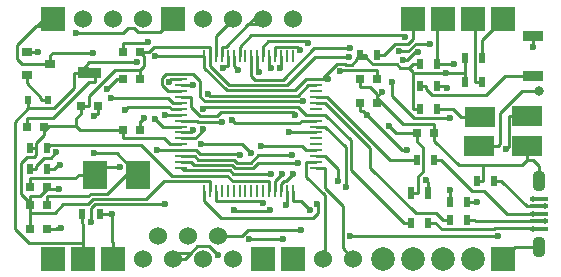
<source format=gbr>
G04 #@! TF.FileFunction,Copper,L1,Top,Signal*
%FSLAX46Y46*%
G04 Gerber Fmt 4.6, Leading zero omitted, Abs format (unit mm)*
G04 Created by KiCad (PCBNEW 4.0.6) date 07/19/17 22:58:58*
%MOMM*%
%LPD*%
G01*
G04 APERTURE LIST*
%ADD10C,0.100000*%
%ADD11R,0.800000X0.750000*%
%ADD12R,0.600000X0.800000*%
%ADD13R,2.000000X2.000000*%
%ADD14R,1.998980X1.998980*%
%ADD15R,2.000000X1.998980*%
%ADD16C,1.998980*%
%ADD17C,1.524000*%
%ADD18R,0.500000X0.900000*%
%ADD19R,1.000000X0.250000*%
%ADD20R,0.250000X1.000000*%
%ADD21R,0.900000X0.800000*%
%ADD22R,1.700000X0.900000*%
%ADD23R,2.500000X1.700000*%
%ADD24R,1.000000X0.900000*%
%ADD25C,0.800000*%
%ADD26R,2.000000X2.400000*%
%ADD27R,0.600000X1.100000*%
%ADD28R,1.500000X0.450000*%
%ADD29O,1.100000X1.800000*%
%ADD30C,0.500000*%
%ADD31C,0.600000*%
%ADD32C,0.250000*%
G04 APERTURE END LIST*
D10*
D11*
X184416000Y-83312000D03*
X185916000Y-83312000D03*
X179590000Y-80772000D03*
X181090000Y-80772000D03*
X151650000Y-89408000D03*
X153150000Y-89408000D03*
X151650000Y-87884000D03*
X153150000Y-87884000D03*
X159524000Y-78740000D03*
X161024000Y-78740000D03*
X159524000Y-76454000D03*
X161024000Y-76454000D03*
X155968000Y-81026000D03*
X157468000Y-81026000D03*
X179590000Y-78740000D03*
X181090000Y-78740000D03*
X159524000Y-83058000D03*
X161024000Y-83058000D03*
D12*
X151550000Y-80518000D03*
X153250000Y-80518000D03*
D13*
X158750000Y-93980000D03*
X191770000Y-93980000D03*
X163830000Y-73660000D03*
D14*
X156210000Y-93980000D03*
D15*
X153670000Y-93980000D03*
D13*
X189230000Y-73660000D03*
X191770000Y-73660000D03*
X184150000Y-73660000D03*
X186690000Y-73660000D03*
D16*
X189230000Y-93980000D03*
X186690000Y-93980000D03*
X184150000Y-93980000D03*
X181610000Y-93980000D03*
D17*
X176530000Y-93980000D03*
D13*
X173990000Y-93980000D03*
X171450000Y-93980000D03*
D18*
X157595000Y-90170000D03*
X156095000Y-90170000D03*
X184670000Y-81280000D03*
X186170000Y-81280000D03*
X151650000Y-86360000D03*
X153150000Y-86360000D03*
X190996000Y-87376000D03*
X189496000Y-87376000D03*
X184416000Y-85598000D03*
X185916000Y-85598000D03*
X187210000Y-90678000D03*
X188710000Y-90678000D03*
X151650000Y-84582000D03*
X153150000Y-84582000D03*
X184670000Y-79375000D03*
X186170000Y-79375000D03*
X188480000Y-78994000D03*
X189980000Y-78994000D03*
X188480000Y-76962000D03*
X189980000Y-76962000D03*
X179590000Y-76708000D03*
X181090000Y-76708000D03*
X184670000Y-77470000D03*
X186170000Y-77470000D03*
D19*
X164480000Y-78800000D03*
X164480000Y-79300000D03*
X164480000Y-79800000D03*
X164480000Y-80300000D03*
X164480000Y-80800000D03*
X164480000Y-81300000D03*
X164480000Y-81800000D03*
X164480000Y-82300000D03*
X164480000Y-82800000D03*
X164480000Y-83300000D03*
X164480000Y-83800000D03*
X164480000Y-84300000D03*
X164480000Y-84800000D03*
X164480000Y-85300000D03*
X164480000Y-85800000D03*
X164480000Y-86300000D03*
D20*
X166430000Y-88250000D03*
X166930000Y-88250000D03*
X167430000Y-88250000D03*
X167930000Y-88250000D03*
X168430000Y-88250000D03*
X168930000Y-88250000D03*
X169430000Y-88250000D03*
X169930000Y-88250000D03*
X170430000Y-88250000D03*
X170930000Y-88250000D03*
X171430000Y-88250000D03*
X171930000Y-88250000D03*
X172430000Y-88250000D03*
X172930000Y-88250000D03*
X173430000Y-88250000D03*
X173930000Y-88250000D03*
D19*
X175880000Y-86300000D03*
X175880000Y-85800000D03*
X175880000Y-85300000D03*
X175880000Y-84800000D03*
X175880000Y-84300000D03*
X175880000Y-83800000D03*
X175880000Y-83300000D03*
X175880000Y-82800000D03*
X175880000Y-82300000D03*
X175880000Y-81800000D03*
X175880000Y-81300000D03*
X175880000Y-80800000D03*
X175880000Y-80300000D03*
X175880000Y-79800000D03*
X175880000Y-79300000D03*
X175880000Y-78800000D03*
D20*
X173930000Y-76850000D03*
X173430000Y-76850000D03*
X172930000Y-76850000D03*
X172430000Y-76850000D03*
X171930000Y-76850000D03*
X171430000Y-76850000D03*
X170930000Y-76850000D03*
X170430000Y-76850000D03*
X169930000Y-76850000D03*
X169430000Y-76850000D03*
X168930000Y-76850000D03*
X168430000Y-76850000D03*
X167930000Y-76850000D03*
X167430000Y-76850000D03*
X166930000Y-76850000D03*
X166430000Y-76850000D03*
D21*
X151400000Y-76520000D03*
X151400000Y-78420000D03*
X153400000Y-77470000D03*
D17*
X162560000Y-92075000D03*
X161290000Y-93980000D03*
X165100000Y-92075000D03*
X166370000Y-93980000D03*
X167640000Y-92075000D03*
X168910000Y-93980000D03*
X163830000Y-93980000D03*
X173990000Y-73660000D03*
X168910000Y-73660000D03*
X179070000Y-93980000D03*
X161290000Y-73660000D03*
X166370000Y-73660000D03*
X171450000Y-73660000D03*
X156210000Y-73660000D03*
X158750000Y-73660000D03*
D22*
X194310000Y-78535000D03*
X194310000Y-75135000D03*
D23*
X193802000Y-84455000D03*
X193802000Y-81915000D03*
X189738000Y-84455000D03*
X189770000Y-81985000D03*
D10*
G36*
X155760000Y-78682000D02*
X155760000Y-77782000D01*
X156660000Y-77782000D01*
X156660000Y-78682000D01*
X155760000Y-78682000D01*
X155760000Y-78682000D01*
G37*
D24*
X157226000Y-78232000D03*
D11*
X153150000Y-91440000D03*
X151650000Y-91440000D03*
X151396000Y-82804000D03*
X152896000Y-82804000D03*
D25*
X194818000Y-79756000D03*
D18*
X188710000Y-89154000D03*
X187210000Y-89154000D03*
D26*
X157154000Y-86868000D03*
X160854000Y-86868000D03*
D27*
X183958000Y-88392000D03*
X185358000Y-88392000D03*
D13*
X153670000Y-73660000D03*
D18*
X183908000Y-90932000D03*
X185408000Y-90932000D03*
D28*
X194818000Y-90170000D03*
X194818000Y-89535000D03*
X194818000Y-90805000D03*
X194818000Y-88900000D03*
X194818000Y-91440000D03*
D29*
X194818000Y-92964000D03*
X194818000Y-87376000D03*
D30*
X195326000Y-90805000D03*
X195326000Y-89535000D03*
X194310000Y-88900000D03*
X194310000Y-90170000D03*
X194310000Y-91440000D03*
D31*
X182119700Y-82769600D03*
X174842000Y-80656700D03*
X194310000Y-76095900D03*
X154135900Y-88064500D03*
X154194700Y-86020300D03*
X152382700Y-76520000D03*
X181459800Y-79870800D03*
X178700800Y-76929700D03*
X180246300Y-81792600D03*
X174126400Y-81804100D03*
X185183200Y-87294800D03*
X183642300Y-84768900D03*
X157114300Y-85075200D03*
X158567100Y-80400800D03*
X159313200Y-86255900D03*
X159774100Y-81409500D03*
X173389100Y-89450600D03*
X173071400Y-92333700D03*
X170268400Y-92333700D03*
X170362700Y-85000300D03*
X166129300Y-84280000D03*
X163139500Y-89394700D03*
X156866100Y-90868400D03*
X158225500Y-79601700D03*
X161681000Y-75627300D03*
X166751400Y-80031400D03*
X157120000Y-81919100D03*
X177962800Y-78122200D03*
X169478200Y-85247800D03*
X162458900Y-84800000D03*
X158618300Y-90236300D03*
X166329800Y-81282100D03*
X157021000Y-76533700D03*
X161361900Y-82110500D03*
X160737800Y-77371800D03*
X162280400Y-76850000D03*
X163141500Y-81800000D03*
X176887300Y-78800000D03*
X171378400Y-89275600D03*
X186940200Y-78294200D03*
X191292200Y-92048200D03*
X178807000Y-92048200D03*
X175413800Y-89875000D03*
X175191200Y-75742900D03*
X167640000Y-93662600D03*
X168943100Y-89874800D03*
X171994000Y-89899200D03*
X173619300Y-83300000D03*
X178434500Y-87893800D03*
X174620000Y-91556600D03*
X172857500Y-77869300D03*
X153920700Y-84993400D03*
X168023700Y-77874700D03*
X167954500Y-82383000D03*
X165489700Y-79300000D03*
X172057100Y-77871300D03*
X174585400Y-76325000D03*
X162300000Y-82140600D03*
X165480300Y-83125000D03*
X166303200Y-83029300D03*
X183422400Y-75193500D03*
X169322100Y-78039500D03*
X182924400Y-76444200D03*
X185538900Y-75793800D03*
X173045400Y-86790400D03*
X173969300Y-86846600D03*
X187575800Y-77470300D03*
X173875900Y-85224600D03*
X174409400Y-85862300D03*
X172132900Y-86786900D03*
X176020500Y-89346300D03*
X168816200Y-82230100D03*
X177781200Y-87409000D03*
X171247900Y-84447600D03*
X178744600Y-76129300D03*
X182353600Y-79008500D03*
X187225600Y-82055400D03*
X187210000Y-88199900D03*
X171092700Y-78198800D03*
X183304600Y-77196000D03*
X184507600Y-76514100D03*
X186961900Y-79530600D03*
X163464800Y-78989900D03*
X155570100Y-74837900D03*
X154313000Y-91350400D03*
X192017800Y-84729200D03*
X189579400Y-89154000D03*
D32*
X183958000Y-88392000D02*
X184583300Y-88392000D01*
X184583300Y-87579200D02*
X184583300Y-88392000D01*
X184557900Y-87553800D02*
X184583300Y-87579200D01*
X184557900Y-87035800D02*
X184557900Y-87553800D01*
X185007400Y-86586300D02*
X184557900Y-87035800D01*
X185007400Y-84603700D02*
X185007400Y-86586300D01*
X184416000Y-84012300D02*
X185007400Y-84603700D01*
X184416000Y-83347100D02*
X184416000Y-84012300D01*
X184416000Y-83347100D02*
X184416000Y-83312000D01*
X184416000Y-83312000D02*
X183690700Y-83312000D01*
X182662100Y-83312000D02*
X182119700Y-82769600D01*
X183690700Y-83312000D02*
X182662100Y-83312000D01*
X166492400Y-80656700D02*
X174842000Y-80656700D01*
X166126100Y-80290400D02*
X166492400Y-80656700D01*
X166126100Y-78986000D02*
X166126100Y-80290400D01*
X165478600Y-78338500D02*
X166126100Y-78986000D01*
X163200900Y-78338500D02*
X165478600Y-78338500D01*
X162835700Y-78703700D02*
X163200900Y-78338500D01*
X162835700Y-79294100D02*
X162835700Y-78703700D01*
X163341600Y-79800000D02*
X162835700Y-79294100D01*
X164480000Y-79800000D02*
X163341600Y-79800000D01*
X192786000Y-92964000D02*
X191770000Y-93980000D01*
X194818000Y-92964000D02*
X192786000Y-92964000D01*
X194818000Y-87376000D02*
X194818000Y-86150700D01*
X152225300Y-84175000D02*
X152896000Y-83504300D01*
X152225300Y-84582000D02*
X152225300Y-84175000D01*
X151650000Y-84582000D02*
X152225300Y-84582000D01*
X194310000Y-88900000D02*
X194818000Y-88900000D01*
X193802000Y-84455000D02*
X193802000Y-85517700D01*
X189496000Y-87376000D02*
X190071300Y-87376000D01*
X194297700Y-85630400D02*
X194818000Y-86150700D01*
X193802000Y-85630400D02*
X194297700Y-85630400D01*
X193802000Y-85517700D02*
X193802000Y-85630400D01*
X152896000Y-82804000D02*
X152896000Y-83154100D01*
X152896000Y-83154100D02*
X152896000Y-83504300D01*
X159524000Y-83058000D02*
X158798700Y-83058000D01*
X180458600Y-79440300D02*
X181090000Y-80071700D01*
X179590000Y-79440300D02*
X180458600Y-79440300D01*
X179590000Y-78740000D02*
X179590000Y-79440300D01*
X161024000Y-76454000D02*
X161749300Y-76454000D01*
X181090000Y-80772000D02*
X181090000Y-80421800D01*
X185916000Y-83123500D02*
X185916000Y-82611700D01*
X185916000Y-83123500D02*
X185916000Y-83312000D01*
X190071300Y-86072000D02*
X190071300Y-87376000D01*
X187975700Y-86072000D02*
X190071300Y-86072000D01*
X185916000Y-84012300D02*
X187975700Y-86072000D01*
X193360400Y-86072000D02*
X193802000Y-85630400D01*
X190071300Y-86072000D02*
X193360400Y-86072000D01*
X185916000Y-83312000D02*
X185916000Y-84012300D01*
X194310000Y-76095900D02*
X194310000Y-75135000D01*
X166930000Y-88250000D02*
X166930000Y-87424700D01*
X159524000Y-83058000D02*
X159524000Y-83758300D01*
X151650000Y-89057800D02*
X151650000Y-89091200D01*
X151650000Y-89408000D02*
X151650000Y-89091200D01*
X151650000Y-89057800D02*
X151650000Y-88707700D01*
X161024000Y-78740000D02*
X161024000Y-78039700D01*
X155968000Y-81026000D02*
X156693300Y-81026000D01*
X161363100Y-76793100D02*
X161024000Y-76454000D01*
X161363100Y-77700600D02*
X161363100Y-76793100D01*
X161024000Y-78039700D02*
X161363100Y-77700600D01*
X151524000Y-89091200D02*
X151650000Y-89091200D01*
X150904500Y-88471700D02*
X151524000Y-89091200D01*
X150904500Y-85898900D02*
X150904500Y-88471700D01*
X151438700Y-85364700D02*
X150904500Y-85898900D01*
X152029700Y-85364700D02*
X151438700Y-85364700D01*
X152225300Y-85169100D02*
X152029700Y-85364700D01*
X152225300Y-84582000D02*
X152225300Y-85169100D01*
X154065000Y-86020300D02*
X153725300Y-86360000D01*
X154194700Y-86020300D02*
X154065000Y-86020300D01*
X153150000Y-86360000D02*
X153725300Y-86360000D01*
X152506800Y-88707700D02*
X153150000Y-88064500D01*
X151650000Y-88707700D02*
X152506800Y-88707700D01*
X153150000Y-88064500D02*
X153150000Y-87884000D01*
X153150000Y-88064500D02*
X154135900Y-88064500D01*
X166930000Y-76437300D02*
X166930000Y-76024700D01*
X166930000Y-76437300D02*
X166930000Y-76850000D01*
X151400000Y-76520000D02*
X152175300Y-76520000D01*
X152175300Y-76520000D02*
X152382700Y-76520000D01*
X151650000Y-91440000D02*
X151650000Y-90108300D01*
X151650000Y-90108300D02*
X151650000Y-89408000D01*
X155968000Y-81026000D02*
X155968000Y-81726300D01*
X162178600Y-76024700D02*
X166930000Y-76024700D01*
X161749300Y-76454000D02*
X162178600Y-76024700D01*
X163002100Y-83758300D02*
X159524000Y-83758300D01*
X163543800Y-84300000D02*
X163002100Y-83758300D01*
X164480000Y-84300000D02*
X163543800Y-84300000D01*
X155598400Y-82095900D02*
X155598400Y-82764500D01*
X155968000Y-81726300D02*
X155598400Y-82095900D01*
X153285600Y-82764500D02*
X152896000Y-83154100D01*
X155598400Y-82764500D02*
X153285600Y-82764500D01*
X155891900Y-83058000D02*
X158798700Y-83058000D01*
X155598400Y-82764500D02*
X155891900Y-83058000D01*
X156693300Y-80248600D02*
X156693300Y-81026000D01*
X158902200Y-78039700D02*
X156693300Y-80248600D01*
X161024000Y-78039700D02*
X158902200Y-78039700D01*
X181090000Y-80421800D02*
X181090000Y-80246700D01*
X181090000Y-80240600D02*
X181090000Y-80071700D01*
X181090000Y-80246700D02*
X181090000Y-80240600D01*
X183279900Y-82611700D02*
X185916000Y-82611700D01*
X181090000Y-80421800D02*
X183279900Y-82611700D01*
X153786400Y-90108300D02*
X151650000Y-90108300D01*
X154523300Y-89371400D02*
X153786400Y-90108300D01*
X156596600Y-89371400D02*
X154523300Y-89371400D01*
X157023600Y-88944400D02*
X156596600Y-89371400D01*
X161522700Y-88944400D02*
X157023600Y-88944400D01*
X163042400Y-87424700D02*
X161522700Y-88944400D01*
X166930000Y-87424700D02*
X163042400Y-87424700D01*
X181090000Y-80240600D02*
X181459800Y-79870800D01*
X175789100Y-76929700D02*
X178700800Y-76929700D01*
X173444400Y-79274400D02*
X175789100Y-76929700D01*
X168539100Y-79274400D02*
X173444400Y-79274400D01*
X166930000Y-77665300D02*
X168539100Y-79274400D01*
X166930000Y-76850000D02*
X166930000Y-77665300D01*
X179590000Y-80772000D02*
X179590000Y-81472300D01*
X164480000Y-80300000D02*
X165305300Y-80300000D01*
X185183200Y-87341900D02*
X185183200Y-87294800D01*
X185358000Y-87516700D02*
X185183200Y-87341900D01*
X185358000Y-88392000D02*
X185358000Y-87516700D01*
X179926000Y-81472300D02*
X180246300Y-81792600D01*
X179590000Y-81472300D02*
X179926000Y-81472300D01*
X183222600Y-84768900D02*
X180246300Y-81792600D01*
X183642300Y-84768900D02*
X183222600Y-84768900D01*
X165305300Y-81141900D02*
X165305300Y-80300000D01*
X166070800Y-81907400D02*
X165305300Y-81141900D01*
X167523700Y-81907400D02*
X166070800Y-81907400D01*
X167826300Y-81604800D02*
X167523700Y-81907400D01*
X173927100Y-81604800D02*
X167826300Y-81604800D01*
X174126400Y-81804100D02*
X173927100Y-81604800D01*
X153150000Y-89408000D02*
X153150000Y-88707700D01*
X160227700Y-86868000D02*
X159716500Y-86868000D01*
X160227700Y-86868000D02*
X160854000Y-86868000D01*
X159017000Y-85075200D02*
X157114300Y-85075200D01*
X160227700Y-86285900D02*
X159017000Y-85075200D01*
X160227700Y-86868000D02*
X160227700Y-86285900D01*
X163392400Y-80400800D02*
X158567100Y-80400800D01*
X163791600Y-80800000D02*
X163392400Y-80400800D01*
X164480000Y-80800000D02*
X163791600Y-80800000D01*
X156623400Y-88707700D02*
X153150000Y-88707700D01*
X156837000Y-88494100D02*
X156623400Y-88707700D01*
X158213500Y-88494100D02*
X156837000Y-88494100D01*
X159716500Y-86991100D02*
X158213500Y-88494100D01*
X159716500Y-86868000D02*
X159716500Y-86991100D01*
X151650000Y-87884000D02*
X151650000Y-87183700D01*
X155513000Y-87183700D02*
X155828700Y-86868000D01*
X151650000Y-87183700D02*
X155513000Y-87183700D01*
X156781300Y-86868000D02*
X157154000Y-86868000D01*
X156781300Y-86868000D02*
X156305000Y-86868000D01*
X156305000Y-86868000D02*
X155828700Y-86868000D01*
X164480000Y-81300000D02*
X163654700Y-81300000D01*
X156917100Y-86255900D02*
X159313200Y-86255900D01*
X156305000Y-86868000D02*
X156917100Y-86255900D01*
X163506900Y-81152200D02*
X163654700Y-81300000D01*
X160031400Y-81152200D02*
X163506900Y-81152200D01*
X159774100Y-81409500D02*
X160031400Y-81152200D01*
X173071400Y-92333700D02*
X170268400Y-92333700D01*
X173430000Y-89409700D02*
X173389100Y-89450600D01*
X173430000Y-88250000D02*
X173430000Y-89409700D01*
X159087200Y-78740000D02*
X159524000Y-78740000D01*
X158225500Y-79601700D02*
X159087200Y-78740000D01*
X156866200Y-90868400D02*
X156866100Y-90868400D01*
X156866200Y-89738700D02*
X156866200Y-90868400D01*
X157210200Y-89394700D02*
X156866200Y-89738700D01*
X163139500Y-89394700D02*
X157210200Y-89394700D01*
X169642400Y-84280000D02*
X166129300Y-84280000D01*
X170362700Y-85000300D02*
X169642400Y-84280000D01*
X159524000Y-76454000D02*
X159524000Y-75753700D01*
X161554600Y-75753700D02*
X161681000Y-75627300D01*
X159524000Y-75753700D02*
X161554600Y-75753700D01*
X175220300Y-79300000D02*
X175880000Y-79300000D01*
X174345300Y-80175000D02*
X175220300Y-79300000D01*
X166895000Y-80175000D02*
X174345300Y-80175000D01*
X166751400Y-80031400D02*
X166895000Y-80175000D01*
X158750000Y-93980000D02*
X158750000Y-92654700D01*
X157468000Y-81026000D02*
X157468000Y-81726300D01*
X157312800Y-81726300D02*
X157468000Y-81726300D01*
X157120000Y-81919100D02*
X157312800Y-81726300D01*
X181090000Y-78740000D02*
X181090000Y-78039700D01*
X164480000Y-84800000D02*
X163654700Y-84800000D01*
X163654700Y-84800000D02*
X162458900Y-84800000D01*
X178045300Y-78039700D02*
X181090000Y-78039700D01*
X177962800Y-78122200D02*
X178045300Y-78039700D01*
X169384100Y-85153700D02*
X169478200Y-85247800D01*
X166118700Y-85153700D02*
X169384100Y-85153700D01*
X165765000Y-84800000D02*
X166118700Y-85153700D01*
X164480000Y-84800000D02*
X165765000Y-84800000D01*
X157595000Y-90170000D02*
X157814100Y-90170000D01*
X158618300Y-92523000D02*
X158618300Y-90236300D01*
X158750000Y-92654700D02*
X158618300Y-92523000D01*
X157880400Y-90236300D02*
X157814100Y-90170000D01*
X158618300Y-90236300D02*
X157880400Y-90236300D01*
X152223600Y-74309100D02*
X153020900Y-74309100D01*
X153020900Y-74309100D02*
X153670000Y-73660000D01*
X150987100Y-77470000D02*
X153400000Y-77470000D01*
X150624600Y-77107500D02*
X150987100Y-77470000D01*
X150624600Y-75908100D02*
X150624600Y-77107500D01*
X152872700Y-73660000D02*
X152223600Y-74309100D01*
X152223600Y-74309100D02*
X150624600Y-75908100D01*
X153670000Y-73660000D02*
X152872700Y-73660000D01*
X153400000Y-77470000D02*
X153400000Y-76744700D01*
X153611000Y-76533700D02*
X157021000Y-76533700D01*
X153400000Y-76744700D02*
X153611000Y-76533700D01*
X161114700Y-82357700D02*
X161024000Y-82357700D01*
X161361900Y-82110500D02*
X161114700Y-82357700D01*
X161024000Y-83058000D02*
X161024000Y-82357700D01*
X175467400Y-81800000D02*
X175054700Y-81800000D01*
X175467400Y-81800000D02*
X175880000Y-81800000D01*
X178884900Y-86484200D02*
X183332700Y-90932000D01*
X178884900Y-83979600D02*
X178884900Y-86484200D01*
X176705300Y-81800000D02*
X178884900Y-83979600D01*
X175880000Y-81800000D02*
X176705300Y-81800000D01*
X183908000Y-90932000D02*
X183332700Y-90932000D01*
X166457400Y-81154500D02*
X166329800Y-81282100D01*
X174409200Y-81154500D02*
X166457400Y-81154500D01*
X175054700Y-81800000D02*
X174409200Y-81154500D01*
X184670000Y-77470000D02*
X184094700Y-77470000D01*
X179590000Y-76708000D02*
X180165300Y-76708000D01*
X156210000Y-93980000D02*
X156210000Y-92655200D01*
X151550000Y-80518000D02*
X151550000Y-81243300D01*
X153696700Y-81243300D02*
X151550000Y-81243300D01*
X155434700Y-79505300D02*
X153696700Y-81243300D01*
X155434700Y-78232000D02*
X155434700Y-79505300D01*
X150409900Y-82383400D02*
X151550000Y-81243300D01*
X150409900Y-91498900D02*
X150409900Y-82383400D01*
X151566200Y-92655200D02*
X150409900Y-91498900D01*
X156210000Y-92655200D02*
X151566200Y-92655200D01*
X156210000Y-78232000D02*
X155822400Y-78232000D01*
X155822400Y-78232000D02*
X155434700Y-78232000D01*
X156676100Y-77371800D02*
X160737800Y-77371800D01*
X155822400Y-78225500D02*
X156676100Y-77371800D01*
X155822400Y-78232000D02*
X155822400Y-78225500D01*
X166430000Y-76850000D02*
X162280400Y-76850000D01*
X166430000Y-76850000D02*
X166430000Y-77675300D01*
X176292700Y-78800000D02*
X175880000Y-78800000D01*
X175880000Y-78800000D02*
X175054700Y-78800000D01*
X156210000Y-91060300D02*
X156210000Y-92655200D01*
X156095000Y-90945300D02*
X156210000Y-91060300D01*
X156095000Y-90170000D02*
X156095000Y-90945300D01*
X184670000Y-81280000D02*
X184094700Y-81280000D01*
X167430000Y-88250000D02*
X167430000Y-89075300D01*
X184094700Y-81280000D02*
X184094700Y-78294200D01*
X188480000Y-76962000D02*
X188480000Y-78294200D01*
X188480000Y-78294200D02*
X188480000Y-78994000D01*
X176292700Y-78800000D02*
X176523200Y-78800000D01*
X180165300Y-76708000D02*
X180165300Y-77008300D01*
X171178100Y-89075300D02*
X171378400Y-89275600D01*
X167430000Y-89075300D02*
X171178100Y-89075300D01*
X188480000Y-78294200D02*
X186940200Y-78294200D01*
X184094700Y-78294200D02*
X186940200Y-78294200D01*
X173930000Y-88250000D02*
X173930000Y-89075300D01*
X164480000Y-81800000D02*
X163141500Y-81800000D01*
X174614100Y-89075300D02*
X173930000Y-89075300D01*
X175413800Y-89875000D02*
X174614100Y-89075300D01*
X191292200Y-92048200D02*
X178807000Y-92048200D01*
X176523200Y-78800000D02*
X176887300Y-78800000D01*
X174130000Y-79724700D02*
X175054700Y-78800000D01*
X168352500Y-79724700D02*
X174130000Y-79724700D01*
X166430000Y-77802200D02*
X168352500Y-79724700D01*
X166430000Y-77675300D02*
X166430000Y-77802200D01*
X179379900Y-77008300D02*
X180165300Y-77008300D01*
X179359500Y-77028700D02*
X179379900Y-77008300D01*
X179359500Y-77028800D02*
X179359500Y-77028700D01*
X179326100Y-77062200D02*
X179359500Y-77028800D01*
X179326100Y-77188800D02*
X179326100Y-77062200D01*
X178959900Y-77555000D02*
X179326100Y-77188800D01*
X178441800Y-77555000D02*
X178959900Y-77555000D01*
X178378300Y-77491500D02*
X178441800Y-77555000D01*
X177708900Y-77491500D02*
X178378300Y-77491500D01*
X176523200Y-78677200D02*
X177708900Y-77491500D01*
X176523200Y-78800000D02*
X176523200Y-78677200D01*
X184094700Y-78172600D02*
X183743400Y-77821300D01*
X184094700Y-78294200D02*
X184094700Y-78172600D01*
X183045600Y-77821300D02*
X183743400Y-77821300D01*
X182760300Y-77536000D02*
X183045600Y-77821300D01*
X180693000Y-77536000D02*
X182760300Y-77536000D01*
X180165300Y-77008300D02*
X180693000Y-77536000D01*
X183743400Y-77821300D02*
X184094700Y-77470000D01*
X152624700Y-80370000D02*
X152624700Y-80518000D01*
X151400000Y-79145300D02*
X152624700Y-80370000D01*
X151400000Y-78420000D02*
X151400000Y-79145300D01*
X153250000Y-80518000D02*
X152624700Y-80518000D01*
X194818000Y-90170000D02*
X194310000Y-90170000D01*
X185916000Y-85598000D02*
X186491300Y-85598000D01*
X189139200Y-88245900D02*
X186491300Y-85598000D01*
X190121300Y-88245900D02*
X189139200Y-88245900D01*
X192045400Y-90170000D02*
X190121300Y-88245900D01*
X194310000Y-90170000D02*
X192045400Y-90170000D01*
X193730300Y-89535000D02*
X194818000Y-89535000D01*
X191571300Y-87376000D02*
X193730300Y-89535000D01*
X190996000Y-87376000D02*
X191571300Y-87376000D01*
X188710000Y-90678000D02*
X189285300Y-90678000D01*
X189412300Y-90805000D02*
X189285300Y-90678000D01*
X194818000Y-90805000D02*
X189412300Y-90805000D01*
X194818000Y-91440000D02*
X194310000Y-91440000D01*
X185408000Y-90932000D02*
X185983300Y-90932000D01*
X186555300Y-91504000D02*
X185983300Y-90932000D01*
X190952100Y-91504000D02*
X186555300Y-91504000D01*
X191033200Y-91422900D02*
X190952100Y-91504000D01*
X194292900Y-91422900D02*
X191033200Y-91422900D01*
X194310000Y-91440000D02*
X194292900Y-91422900D01*
X175022400Y-75574100D02*
X175191200Y-75742900D01*
X171880600Y-75574100D02*
X175022400Y-75574100D01*
X171430000Y-76024700D02*
X171880600Y-75574100D01*
X171430000Y-76850000D02*
X171430000Y-76024700D01*
X165290500Y-93472000D02*
X164338000Y-93472000D01*
X164338000Y-93472000D02*
X163830000Y-93980000D01*
X175880000Y-83300000D02*
X173619300Y-83300000D01*
X166868400Y-92891000D02*
X167640000Y-93662600D01*
X165871500Y-92891000D02*
X166868400Y-92891000D01*
X164782500Y-93980000D02*
X165290500Y-93472000D01*
X165290500Y-93472000D02*
X165871500Y-92891000D01*
X163830000Y-93980000D02*
X164782500Y-93980000D01*
X169014300Y-89946000D02*
X168943100Y-89874800D01*
X171947200Y-89946000D02*
X169014300Y-89946000D01*
X171994000Y-89899200D02*
X171947200Y-89946000D01*
X175880000Y-82800000D02*
X176705300Y-82800000D01*
X170161200Y-91556600D02*
X174620000Y-91556600D01*
X169642900Y-92074900D02*
X170161200Y-91556600D01*
X169642900Y-92075000D02*
X169642900Y-92074900D01*
X167640000Y-92075000D02*
X169642900Y-92075000D01*
X178434500Y-84529200D02*
X178434500Y-87893800D01*
X176705300Y-82800000D02*
X178434500Y-84529200D01*
X172930000Y-76850000D02*
X172930000Y-77675300D01*
X172857500Y-77747800D02*
X172857500Y-77869300D01*
X172930000Y-77675300D02*
X172857500Y-77747800D01*
X170167100Y-74155100D02*
X170954900Y-74155100D01*
X170954900Y-74155100D02*
X171450000Y-73660000D01*
X167930000Y-76850000D02*
X167930000Y-76024700D01*
X168297500Y-76024700D02*
X167930000Y-76024700D01*
X170662200Y-73660000D02*
X170167100Y-74155100D01*
X170167100Y-74155100D02*
X168297500Y-76024700D01*
X171450000Y-73660000D02*
X170662200Y-73660000D01*
X167430000Y-75140000D02*
X168910000Y-73660000D01*
X167430000Y-76850000D02*
X167430000Y-75140000D01*
X175880000Y-86300000D02*
X176705300Y-86300000D01*
X178178300Y-93088300D02*
X179070000Y-93980000D01*
X178178300Y-89498400D02*
X178178300Y-93088300D01*
X176705300Y-88025400D02*
X178178300Y-89498400D01*
X176705300Y-86300000D02*
X176705300Y-88025400D01*
X151650000Y-86360000D02*
X152225300Y-86360000D01*
X152225300Y-86124100D02*
X152225300Y-86360000D01*
X152878400Y-85471000D02*
X152225300Y-86124100D01*
X153443100Y-85471000D02*
X152878400Y-85471000D01*
X153920700Y-84993400D02*
X153443100Y-85471000D01*
X168430000Y-76850000D02*
X168430000Y-77675300D01*
X168223100Y-77675300D02*
X168023700Y-77874700D01*
X168430000Y-77675300D02*
X168223100Y-77675300D01*
X171930000Y-88250000D02*
X171930000Y-87424700D01*
X168860100Y-87424700D02*
X171930000Y-87424700D01*
X168409300Y-86973900D02*
X168860100Y-87424700D01*
X163744600Y-86973900D02*
X168409300Y-86973900D01*
X161128200Y-84357500D02*
X163744600Y-86973900D01*
X153374500Y-84357500D02*
X161128200Y-84357500D01*
X153150000Y-84582000D02*
X153374500Y-84357500D01*
X165909500Y-82383000D02*
X167954500Y-82383000D01*
X165826500Y-82300000D02*
X165909500Y-82383000D01*
X164480000Y-82300000D02*
X165826500Y-82300000D01*
X164480000Y-79300000D02*
X165305300Y-79300000D01*
X165305300Y-79300000D02*
X165489700Y-79300000D01*
X171930000Y-76850000D02*
X171930000Y-77675300D01*
X171930000Y-77744200D02*
X172057100Y-77871300D01*
X171930000Y-77675300D02*
X171930000Y-77744200D01*
X172430000Y-76850000D02*
X172430000Y-76024700D01*
X174285100Y-76024700D02*
X174585400Y-76325000D01*
X172430000Y-76024700D02*
X174285100Y-76024700D01*
X162959400Y-82800000D02*
X162300000Y-82140600D01*
X164480000Y-82800000D02*
X162959400Y-82800000D01*
X164480000Y-83300000D02*
X165305300Y-83300000D01*
X165305300Y-83300000D02*
X165480300Y-83125000D01*
X166303200Y-83200800D02*
X166303200Y-83029300D01*
X165704000Y-83800000D02*
X166303200Y-83200800D01*
X164480000Y-83800000D02*
X165704000Y-83800000D01*
X189980000Y-78994000D02*
X189404700Y-78994000D01*
X189404700Y-73834700D02*
X189230000Y-73660000D01*
X189404700Y-78994000D02*
X189404700Y-73834700D01*
X169430000Y-76850000D02*
X169430000Y-76024700D01*
X183296200Y-75067300D02*
X183422400Y-75193500D01*
X170387400Y-75067300D02*
X183296200Y-75067300D01*
X169430000Y-76024700D02*
X170387400Y-75067300D01*
X189980000Y-75450000D02*
X191770000Y-73660000D01*
X189980000Y-76962000D02*
X189980000Y-75450000D01*
X168930000Y-76850000D02*
X168930000Y-77675300D01*
X169294200Y-78039500D02*
X169322100Y-78039500D01*
X168930000Y-77675300D02*
X169294200Y-78039500D01*
X184343400Y-75793800D02*
X185538900Y-75793800D01*
X183693000Y-76444200D02*
X184343400Y-75793800D01*
X182924400Y-76444200D02*
X183693000Y-76444200D01*
X181090000Y-76708000D02*
X181665300Y-76708000D01*
X172430000Y-87405800D02*
X173045400Y-86790400D01*
X172430000Y-88250000D02*
X172430000Y-87405800D01*
X184150000Y-75350300D02*
X184150000Y-73660000D01*
X183681500Y-75818800D02*
X184150000Y-75350300D01*
X182554500Y-75818800D02*
X183681500Y-75818800D01*
X181665300Y-76708000D02*
X182554500Y-75818800D01*
X186170000Y-77470000D02*
X186170000Y-76694700D01*
X186170000Y-74180000D02*
X186690000Y-73660000D01*
X186170000Y-76694700D02*
X186170000Y-74180000D01*
X173391300Y-87424600D02*
X173969300Y-86846600D01*
X173170300Y-87424600D02*
X173391300Y-87424600D01*
X172930000Y-87664900D02*
X173170300Y-87424600D01*
X172930000Y-88250000D02*
X172930000Y-87664900D01*
X186170000Y-77470000D02*
X186745300Y-77470000D01*
X186745600Y-77470300D02*
X187575800Y-77470300D01*
X186745300Y-77470000D02*
X186745600Y-77470300D01*
X164480000Y-85300000D02*
X165305300Y-85300000D01*
X171022700Y-85224600D02*
X173875900Y-85224600D01*
X171022700Y-85224700D02*
X171022700Y-85224600D01*
X170374300Y-85873100D02*
X171022700Y-85224700D01*
X169219200Y-85873100D02*
X170374300Y-85873100D01*
X168950100Y-85604000D02*
X169219200Y-85873100D01*
X165932100Y-85604000D02*
X168950100Y-85604000D01*
X165628100Y-85300000D02*
X165932100Y-85604000D01*
X165305300Y-85300000D02*
X165628100Y-85300000D01*
X164480000Y-85800000D02*
X165305300Y-85800000D01*
X171022000Y-85862300D02*
X174409400Y-85862300D01*
X170560900Y-86323400D02*
X171022000Y-85862300D01*
X169032600Y-86323400D02*
X170560900Y-86323400D01*
X168763500Y-86054300D02*
X169032600Y-86323400D01*
X165559600Y-86054300D02*
X168763500Y-86054300D01*
X165305300Y-85800000D02*
X165559600Y-86054300D01*
X168859200Y-86786900D02*
X172132900Y-86786900D01*
X168589500Y-86517200D02*
X168859200Y-86786900D01*
X164697200Y-86517200D02*
X168589500Y-86517200D01*
X164480000Y-86300000D02*
X164697200Y-86517200D01*
X166430000Y-88250000D02*
X166430000Y-89075300D01*
X176039200Y-89365000D02*
X176020500Y-89346300D01*
X176039200Y-90135100D02*
X176039200Y-89365000D01*
X175636600Y-90537700D02*
X176039200Y-90135100D01*
X167892400Y-90537700D02*
X175636600Y-90537700D01*
X166430000Y-89075300D02*
X167892400Y-90537700D01*
X169051300Y-82465200D02*
X168816200Y-82230100D01*
X174513600Y-82465200D02*
X169051300Y-82465200D01*
X174678800Y-82300000D02*
X174513600Y-82465200D01*
X175880000Y-82300000D02*
X174678800Y-82300000D01*
X175880000Y-85800000D02*
X175054700Y-85800000D01*
X175054700Y-87036600D02*
X175054700Y-85800000D01*
X176645800Y-88627700D02*
X175054700Y-87036600D01*
X176645800Y-93864200D02*
X176645800Y-88627700D01*
X176530000Y-93980000D02*
X176645800Y-93864200D01*
X175880000Y-85300000D02*
X176705300Y-85300000D01*
X177781200Y-86375900D02*
X177781200Y-87409000D01*
X176705300Y-85300000D02*
X177781200Y-86375900D01*
X175880000Y-84800000D02*
X175054700Y-84800000D01*
X174702300Y-84447600D02*
X171247900Y-84447600D01*
X175054700Y-84800000D02*
X174702300Y-84447600D01*
X187210000Y-88199900D02*
X187210000Y-89154000D01*
X184207200Y-82055400D02*
X187225600Y-82055400D01*
X182353600Y-80201800D02*
X184207200Y-82055400D01*
X182353600Y-79008500D02*
X182353600Y-80201800D01*
X175777900Y-76129300D02*
X178744600Y-76129300D01*
X173083100Y-78824100D02*
X175777900Y-76129300D01*
X170731600Y-78824100D02*
X173083100Y-78824100D01*
X170430000Y-78522500D02*
X170731600Y-78824100D01*
X170430000Y-76850000D02*
X170430000Y-78522500D01*
X189738000Y-84455000D02*
X191313300Y-84455000D01*
X191478800Y-84289500D02*
X191313300Y-84455000D01*
X191478800Y-81647000D02*
X191478800Y-84289500D01*
X193369800Y-79756000D02*
X191478800Y-81647000D01*
X194818000Y-79756000D02*
X193369800Y-79756000D01*
X186170000Y-81280000D02*
X186745300Y-81280000D01*
X189770000Y-81985000D02*
X188194700Y-81985000D01*
X187489700Y-81280000D02*
X186745300Y-81280000D01*
X188194700Y-81985000D02*
X187489700Y-81280000D01*
X184416000Y-85598000D02*
X183840700Y-85598000D01*
X182143600Y-85598000D02*
X183840700Y-85598000D01*
X176845600Y-80300000D02*
X182143600Y-85598000D01*
X175880000Y-80300000D02*
X176845600Y-80300000D01*
X175880000Y-80800000D02*
X176705300Y-80800000D01*
X187210000Y-90678000D02*
X186634700Y-90678000D01*
X180518100Y-84612800D02*
X176705300Y-80800000D01*
X180518100Y-86272600D02*
X180518100Y-84612800D01*
X184348200Y-90102700D02*
X180518100Y-86272600D01*
X186059400Y-90102700D02*
X184348200Y-90102700D01*
X186634700Y-90678000D02*
X186059400Y-90102700D01*
X184670000Y-79375000D02*
X185245300Y-79375000D01*
X191904100Y-78535000D02*
X194310000Y-78535000D01*
X190269300Y-80169800D02*
X191904100Y-78535000D01*
X185752400Y-80169800D02*
X190269300Y-80169800D01*
X185245300Y-79662700D02*
X185752400Y-80169800D01*
X185245300Y-79375000D02*
X185245300Y-79662700D01*
X186170000Y-79375000D02*
X186745300Y-79375000D01*
X186900900Y-79530600D02*
X186961900Y-79530600D01*
X186745300Y-79375000D02*
X186900900Y-79530600D01*
X170930000Y-78036100D02*
X170930000Y-76850000D01*
X171092700Y-78198800D02*
X170930000Y-78036100D01*
X184327300Y-76514100D02*
X184507600Y-76514100D01*
X183645400Y-77196000D02*
X184327300Y-76514100D01*
X183304600Y-77196000D02*
X183645400Y-77196000D01*
X164480000Y-78800000D02*
X163654700Y-78800000D01*
X153150000Y-91440000D02*
X153875300Y-91440000D01*
X163654700Y-78800000D02*
X163464800Y-78989900D01*
X159573600Y-74837900D02*
X155570100Y-74837900D01*
X159573600Y-74837800D02*
X159573600Y-74837900D01*
X159969000Y-74442400D02*
X159573600Y-74837800D01*
X160487100Y-74442400D02*
X159969000Y-74442400D01*
X160853300Y-74808600D02*
X160487100Y-74442400D01*
X162681400Y-74808600D02*
X160853300Y-74808600D01*
X163830000Y-73660000D02*
X162681400Y-74808600D01*
X153964900Y-91350400D02*
X154313000Y-91350400D01*
X153875300Y-91440000D02*
X153964900Y-91350400D01*
X188710000Y-89154000D02*
X189285300Y-89154000D01*
X193802000Y-81915000D02*
X192226700Y-81915000D01*
X189285300Y-89154000D02*
X189579400Y-89154000D01*
X192226700Y-84520300D02*
X192017800Y-84729200D01*
X192226700Y-81915000D02*
X192226700Y-84520300D01*
X153600000Y-82103700D02*
X151396000Y-82103700D01*
X156696400Y-79007300D02*
X153600000Y-82103700D01*
X157226000Y-79007300D02*
X156696400Y-79007300D01*
X157226000Y-78232000D02*
X157226000Y-79007300D01*
X151396000Y-82804000D02*
X151396000Y-82103700D01*
M02*

</source>
